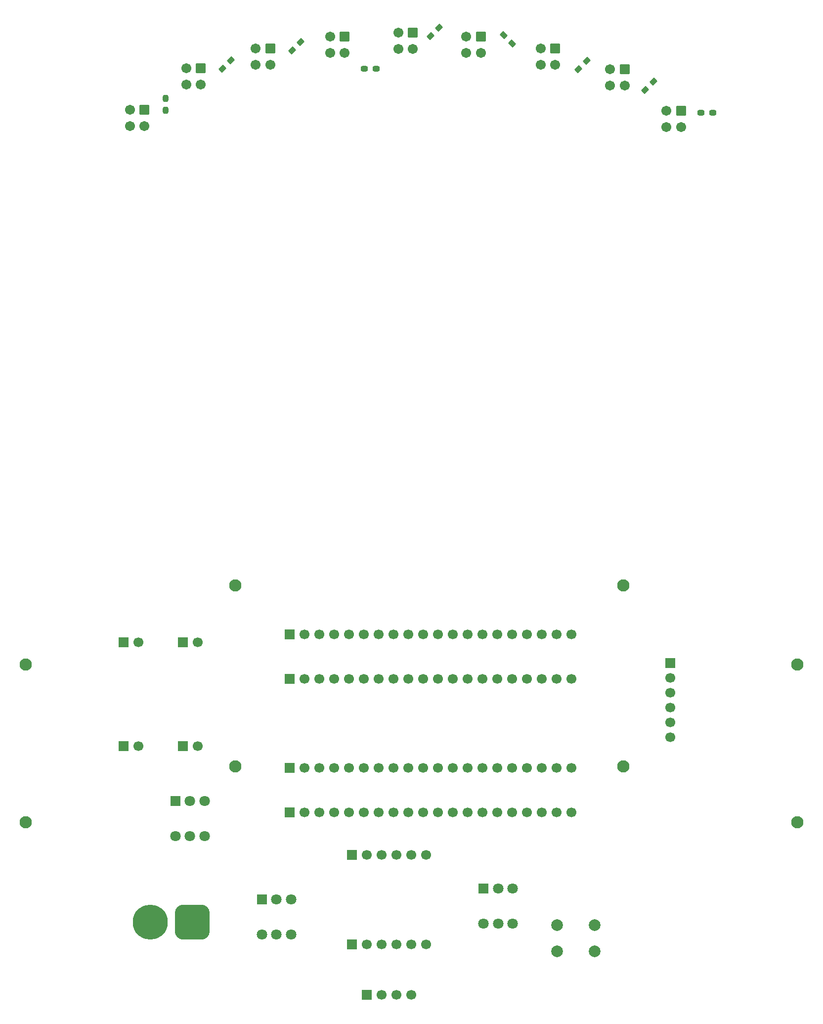
<source format=gbr>
%TF.GenerationSoftware,KiCad,Pcbnew,9.0.2*%
%TF.CreationDate,2025-06-19T21:36:48+05:30*%
%TF.ProjectId,line_follower,6c696e65-5f66-46f6-9c6c-6f7765722e6b,rev?*%
%TF.SameCoordinates,Original*%
%TF.FileFunction,Soldermask,Bot*%
%TF.FilePolarity,Negative*%
%FSLAX46Y46*%
G04 Gerber Fmt 4.6, Leading zero omitted, Abs format (unit mm)*
G04 Created by KiCad (PCBNEW 9.0.2) date 2025-06-19 21:36:48*
%MOMM*%
%LPD*%
G01*
G04 APERTURE LIST*
G04 Aperture macros list*
%AMRoundRect*
0 Rectangle with rounded corners*
0 $1 Rounding radius*
0 $2 $3 $4 $5 $6 $7 $8 $9 X,Y pos of 4 corners*
0 Add a 4 corners polygon primitive as box body*
4,1,4,$2,$3,$4,$5,$6,$7,$8,$9,$2,$3,0*
0 Add four circle primitives for the rounded corners*
1,1,$1+$1,$2,$3*
1,1,$1+$1,$4,$5*
1,1,$1+$1,$6,$7*
1,1,$1+$1,$8,$9*
0 Add four rect primitives between the rounded corners*
20,1,$1+$1,$2,$3,$4,$5,0*
20,1,$1+$1,$4,$5,$6,$7,0*
20,1,$1+$1,$6,$7,$8,$9,0*
20,1,$1+$1,$8,$9,$2,$3,0*%
G04 Aperture macros list end*
%ADD10C,2.100000*%
%ADD11R,1.700000X1.700000*%
%ADD12C,1.700000*%
%ADD13R,1.800000X1.800000*%
%ADD14C,1.800000*%
%ADD15RoundRect,1.500000X1.500000X1.500000X-1.500000X1.500000X-1.500000X-1.500000X1.500000X-1.500000X0*%
%ADD16C,6.000000*%
%ADD17C,2.000000*%
%ADD18RoundRect,0.237500X0.350000X0.237500X-0.350000X0.237500X-0.350000X-0.237500X0.350000X-0.237500X0*%
%ADD19RoundRect,0.237500X0.079550X0.415425X-0.415425X-0.079550X-0.079550X-0.415425X0.415425X0.079550X0*%
%ADD20RoundRect,0.102000X-0.750000X0.750000X-0.750000X-0.750000X0.750000X-0.750000X0.750000X0.750000X0*%
%ADD21C,1.704000*%
%ADD22RoundRect,0.237500X0.415425X-0.079550X-0.079550X0.415425X-0.415425X0.079550X0.079550X-0.415425X0*%
%ADD23RoundRect,0.237500X-0.237500X0.350000X-0.237500X-0.350000X0.237500X-0.350000X0.237500X0.350000X0*%
G04 APERTURE END LIST*
D10*
%TO.C,8*%
X173200000Y-198400000D03*
%TD*%
D11*
%TO.C,J10*%
X116078000Y-206248000D03*
D12*
X118618000Y-206248000D03*
X121158000Y-206248000D03*
X123698000Y-206248000D03*
X126238000Y-206248000D03*
X128778000Y-206248000D03*
X131318000Y-206248000D03*
X133858000Y-206248000D03*
X136398000Y-206248000D03*
X138938000Y-206248000D03*
X141478000Y-206248000D03*
X144018000Y-206248000D03*
X146558000Y-206248000D03*
X149098000Y-206248000D03*
X151638000Y-206248000D03*
X154178000Y-206248000D03*
X156718000Y-206248000D03*
X159258000Y-206248000D03*
X161798000Y-206248000D03*
X164338000Y-206248000D03*
%TD*%
D13*
%TO.C,SW4*%
X111318700Y-221207100D03*
D14*
X113818700Y-221207100D03*
X116318700Y-221207100D03*
X111318700Y-227207100D03*
X113818700Y-227207100D03*
X116318700Y-227207100D03*
%TD*%
D11*
%TO.C,J6*%
X97820000Y-194900000D03*
D12*
X100360000Y-194900000D03*
%TD*%
D11*
%TO.C,J13*%
X129286000Y-237490000D03*
D12*
X131826000Y-237490000D03*
X134366000Y-237490000D03*
X136906000Y-237490000D03*
%TD*%
D10*
%TO.C,3*%
X203000000Y-181000000D03*
%TD*%
D11*
%TO.C,J12*%
X87660000Y-194900000D03*
D12*
X90200000Y-194900000D03*
%TD*%
D10*
%TO.C,2*%
X70866000Y-208000000D03*
%TD*%
D11*
%TO.C,J9*%
X87660000Y-177145000D03*
D12*
X90200000Y-177145000D03*
%TD*%
D13*
%TO.C,SW1*%
X96476700Y-204316100D03*
D14*
X98976700Y-204316100D03*
X101476700Y-204316100D03*
X96476700Y-210316100D03*
X98976700Y-210316100D03*
X101476700Y-210316100D03*
%TD*%
D11*
%TO.C,J11*%
X116078000Y-175768000D03*
D12*
X118618000Y-175768000D03*
X121158000Y-175768000D03*
X123698000Y-175768000D03*
X126238000Y-175768000D03*
X128778000Y-175768000D03*
X131318000Y-175768000D03*
X133858000Y-175768000D03*
X136398000Y-175768000D03*
X138938000Y-175768000D03*
X141478000Y-175768000D03*
X144018000Y-175768000D03*
X146558000Y-175768000D03*
X149098000Y-175768000D03*
X151638000Y-175768000D03*
X154178000Y-175768000D03*
X156718000Y-175768000D03*
X159258000Y-175768000D03*
X161798000Y-175768000D03*
X164338000Y-175768000D03*
%TD*%
D10*
%TO.C,5*%
X106772000Y-167412000D03*
%TD*%
D15*
%TO.C,J5*%
X99358000Y-225044000D03*
D16*
X92158000Y-225044000D03*
%TD*%
D11*
%TO.C,J7*%
X97820000Y-177145000D03*
D12*
X100360000Y-177145000D03*
%TD*%
D11*
%TO.C,J3*%
X126746000Y-228854000D03*
D12*
X129286000Y-228854000D03*
X131826000Y-228854000D03*
X134366000Y-228854000D03*
X136906000Y-228854000D03*
X139446000Y-228854000D03*
%TD*%
D17*
%TO.C,SW5*%
X168350000Y-230088000D03*
X161850000Y-230088000D03*
X168350000Y-225588000D03*
X161850000Y-225588000D03*
%TD*%
D11*
%TO.C,J4*%
X126746000Y-213589000D03*
D12*
X129286000Y-213589000D03*
X131826000Y-213589000D03*
X134366000Y-213589000D03*
X136906000Y-213589000D03*
X139446000Y-213589000D03*
%TD*%
D10*
%TO.C,7*%
X106772000Y-198400000D03*
%TD*%
%TO.C,4*%
X203000000Y-208000000D03*
%TD*%
D11*
%TO.C,J2*%
X116078000Y-198628000D03*
D12*
X118618000Y-198628000D03*
X121158000Y-198628000D03*
X123698000Y-198628000D03*
X126238000Y-198628000D03*
X128778000Y-198628000D03*
X131318000Y-198628000D03*
X133858000Y-198628000D03*
X136398000Y-198628000D03*
X138938000Y-198628000D03*
X141478000Y-198628000D03*
X144018000Y-198628000D03*
X146558000Y-198628000D03*
X149098000Y-198628000D03*
X151638000Y-198628000D03*
X154178000Y-198628000D03*
X156718000Y-198628000D03*
X159258000Y-198628000D03*
X161798000Y-198628000D03*
X164338000Y-198628000D03*
%TD*%
D13*
%TO.C,SW3*%
X149293000Y-219352900D03*
D14*
X151793000Y-219352900D03*
X154293000Y-219352900D03*
X149293000Y-225352900D03*
X151793000Y-225352900D03*
X154293000Y-225352900D03*
%TD*%
D11*
%TO.C,J1*%
X116078000Y-183388000D03*
D12*
X118618000Y-183388000D03*
X121158000Y-183388000D03*
X123698000Y-183388000D03*
X126238000Y-183388000D03*
X128778000Y-183388000D03*
X131318000Y-183388000D03*
X133858000Y-183388000D03*
X136398000Y-183388000D03*
X138938000Y-183388000D03*
X141478000Y-183388000D03*
X144018000Y-183388000D03*
X146558000Y-183388000D03*
X149098000Y-183388000D03*
X151638000Y-183388000D03*
X154178000Y-183388000D03*
X156718000Y-183388000D03*
X159258000Y-183388000D03*
X161798000Y-183388000D03*
X164338000Y-183388000D03*
%TD*%
D10*
%TO.C,1*%
X70866000Y-181000000D03*
%TD*%
D11*
%TO.C,J8*%
X181300000Y-180680000D03*
D12*
X181300000Y-183220000D03*
X181300000Y-185760000D03*
X181300000Y-188300000D03*
X181300000Y-190840000D03*
X181300000Y-193380000D03*
%TD*%
D10*
%TO.C,6*%
X173200000Y-167412000D03*
%TD*%
D18*
%TO.C,R10*%
X188540700Y-86512400D03*
X186515700Y-86512400D03*
%TD*%
D19*
%TO.C,R9*%
X178388946Y-81173654D03*
X176957054Y-82605546D03*
%TD*%
D20*
%TO.C,A6*%
X125476000Y-73400000D03*
D21*
X122976000Y-73400000D03*
X122976000Y-76200000D03*
X125476000Y-76200000D03*
%TD*%
D20*
%TO.C,A7*%
X112756000Y-75432000D03*
D21*
X110256000Y-75432000D03*
X110256000Y-78232000D03*
X112756000Y-78232000D03*
%TD*%
D19*
%TO.C,R6*%
X141635146Y-71953454D03*
X140203254Y-73385346D03*
%TD*%
D20*
%TO.C,A8*%
X100838000Y-78858000D03*
D21*
X98338000Y-78858000D03*
X98338000Y-81658000D03*
X100838000Y-81658000D03*
%TD*%
D20*
%TO.C,A4*%
X148804000Y-73400000D03*
D21*
X146304000Y-73400000D03*
X146304000Y-76200000D03*
X148804000Y-76200000D03*
%TD*%
D19*
%TO.C,R3*%
X106024346Y-77541454D03*
X104592454Y-78973346D03*
%TD*%
D20*
%TO.C,A2*%
X173462000Y-78991000D03*
D21*
X170962000Y-78991000D03*
X170962000Y-81791000D03*
X173462000Y-81791000D03*
%TD*%
D20*
%TO.C,A1*%
X183114000Y-86103000D03*
D21*
X180614000Y-86103000D03*
X180614000Y-88903000D03*
X183114000Y-88903000D03*
%TD*%
D20*
%TO.C,A9*%
X91186000Y-85970000D03*
D21*
X88686000Y-85970000D03*
X88686000Y-88770000D03*
X91186000Y-88770000D03*
%TD*%
D22*
%TO.C,R7*%
X154182746Y-74604546D03*
X152750854Y-73172654D03*
%TD*%
D23*
%TO.C,R2*%
X94792800Y-84026700D03*
X94792800Y-86051700D03*
%TD*%
D18*
%TO.C,R5*%
X130908100Y-78943200D03*
X128883100Y-78943200D03*
%TD*%
D19*
%TO.C,R8*%
X166984346Y-77592254D03*
X165552454Y-79024146D03*
%TD*%
%TO.C,R4*%
X117911546Y-74366454D03*
X116479654Y-75798346D03*
%TD*%
D20*
%TO.C,A3*%
X161544000Y-75432000D03*
D21*
X159044000Y-75432000D03*
X159044000Y-78232000D03*
X161544000Y-78232000D03*
%TD*%
D20*
%TO.C,A5*%
X137160000Y-72768000D03*
D21*
X134660000Y-72768000D03*
X134660000Y-75568000D03*
X137160000Y-75568000D03*
%TD*%
M02*

</source>
